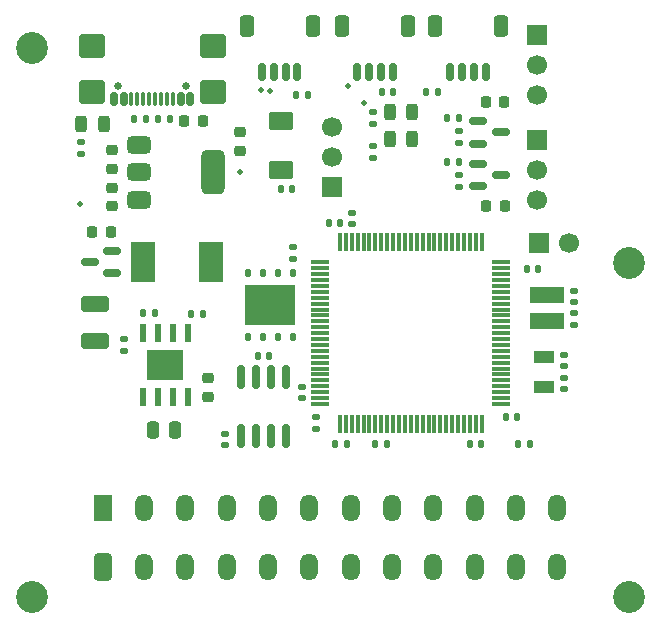
<source format=gbr>
%TF.GenerationSoftware,KiCad,Pcbnew,9.0.1*%
%TF.CreationDate,2025-07-01T00:30:54-05:00*%
%TF.ProjectId,CAN-Sensor-Hub-v1,43414e2d-5365-46e7-936f-722d4875622d,rev?*%
%TF.SameCoordinates,Original*%
%TF.FileFunction,Soldermask,Top*%
%TF.FilePolarity,Negative*%
%FSLAX46Y46*%
G04 Gerber Fmt 4.6, Leading zero omitted, Abs format (unit mm)*
G04 Created by KiCad (PCBNEW 9.0.1) date 2025-07-01 00:30:54*
%MOMM*%
%LPD*%
G01*
G04 APERTURE LIST*
G04 Aperture macros list*
%AMRoundRect*
0 Rectangle with rounded corners*
0 $1 Rounding radius*
0 $2 $3 $4 $5 $6 $7 $8 $9 X,Y pos of 4 corners*
0 Add a 4 corners polygon primitive as box body*
4,1,4,$2,$3,$4,$5,$6,$7,$8,$9,$2,$3,0*
0 Add four circle primitives for the rounded corners*
1,1,$1+$1,$2,$3*
1,1,$1+$1,$4,$5*
1,1,$1+$1,$6,$7*
1,1,$1+$1,$8,$9*
0 Add four rect primitives between the rounded corners*
20,1,$1+$1,$2,$3,$4,$5,0*
20,1,$1+$1,$4,$5,$6,$7,0*
20,1,$1+$1,$6,$7,$8,$9,0*
20,1,$1+$1,$8,$9,$2,$3,0*%
G04 Aperture macros list end*
%ADD10C,2.700000*%
%ADD11RoundRect,0.150000X0.150000X0.625000X-0.150000X0.625000X-0.150000X-0.625000X0.150000X-0.625000X0*%
%ADD12RoundRect,0.250000X0.350000X0.650000X-0.350000X0.650000X-0.350000X-0.650000X0.350000X-0.650000X0*%
%ADD13C,0.500400*%
%ADD14RoundRect,0.250000X-0.945000X0.420000X-0.945000X-0.420000X0.945000X-0.420000X0.945000X0.420000X0*%
%ADD15C,1.700000*%
%ADD16R,1.700000X1.700000*%
%ADD17RoundRect,0.135000X0.135000X0.185000X-0.135000X0.185000X-0.135000X-0.185000X0.135000X-0.185000X0*%
%ADD18RoundRect,0.140000X-0.140000X-0.170000X0.140000X-0.170000X0.140000X0.170000X-0.140000X0.170000X0*%
%ADD19RoundRect,0.140000X0.140000X0.170000X-0.140000X0.170000X-0.140000X-0.170000X0.140000X-0.170000X0*%
%ADD20RoundRect,0.140000X0.170000X-0.140000X0.170000X0.140000X-0.170000X0.140000X-0.170000X-0.140000X0*%
%ADD21RoundRect,0.140000X-0.170000X0.140000X-0.170000X-0.140000X0.170000X-0.140000X0.170000X0.140000X0*%
%ADD22RoundRect,0.135000X0.185000X-0.135000X0.185000X0.135000X-0.185000X0.135000X-0.185000X-0.135000X0*%
%ADD23RoundRect,0.250000X0.840000X0.750000X-0.840000X0.750000X-0.840000X-0.750000X0.840000X-0.750000X0*%
%ADD24RoundRect,0.150000X0.150000X0.425000X-0.150000X0.425000X-0.150000X-0.425000X0.150000X-0.425000X0*%
%ADD25RoundRect,0.075000X0.075000X0.500000X-0.075000X0.500000X-0.075000X-0.500000X0.075000X-0.500000X0*%
%ADD26C,0.650000*%
%ADD27R,4.300000X3.400000*%
%ADD28RoundRect,0.125000X-0.125000X0.250000X-0.125000X-0.250000X0.125000X-0.250000X0.125000X0.250000X0*%
%ADD29RoundRect,0.150000X-0.150000X0.825000X-0.150000X-0.825000X0.150000X-0.825000X0.150000X0.825000X0*%
%ADD30RoundRect,0.135000X-0.185000X0.135000X-0.185000X-0.135000X0.185000X-0.135000X0.185000X0.135000X0*%
%ADD31RoundRect,0.102000X-0.900000X0.675000X-0.900000X-0.675000X0.900000X-0.675000X0.900000X0.675000X0*%
%ADD32RoundRect,0.243750X0.243750X0.456250X-0.243750X0.456250X-0.243750X-0.456250X0.243750X-0.456250X0*%
%ADD33RoundRect,0.150000X-0.587500X-0.150000X0.587500X-0.150000X0.587500X0.150000X-0.587500X0.150000X0*%
%ADD34RoundRect,0.218750X0.256250X-0.218750X0.256250X0.218750X-0.256250X0.218750X-0.256250X-0.218750X0*%
%ADD35RoundRect,0.150000X0.587500X0.150000X-0.587500X0.150000X-0.587500X-0.150000X0.587500X-0.150000X0*%
%ADD36R,0.600000X1.550000*%
%ADD37R,3.100000X2.600000*%
%ADD38RoundRect,0.225000X0.250000X-0.225000X0.250000X0.225000X-0.250000X0.225000X-0.250000X-0.225000X0*%
%ADD39RoundRect,0.225000X0.225000X0.250000X-0.225000X0.250000X-0.225000X-0.250000X0.225000X-0.250000X0*%
%ADD40RoundRect,0.135000X-0.135000X-0.185000X0.135000X-0.185000X0.135000X0.185000X-0.135000X0.185000X0*%
%ADD41R,1.500000X2.300000*%
%ADD42RoundRect,0.250001X-0.499999X-0.899999X0.499999X-0.899999X0.499999X0.899999X-0.499999X0.899999X0*%
%ADD43O,1.500000X2.300000*%
%ADD44RoundRect,0.375000X-0.625000X-0.375000X0.625000X-0.375000X0.625000X0.375000X-0.625000X0.375000X0*%
%ADD45RoundRect,0.500000X-0.500000X-1.400000X0.500000X-1.400000X0.500000X1.400000X-0.500000X1.400000X0*%
%ADD46RoundRect,0.250000X0.250000X0.475000X-0.250000X0.475000X-0.250000X-0.475000X0.250000X-0.475000X0*%
%ADD47R,2.950000X1.400000*%
%ADD48RoundRect,0.075000X0.725000X0.075000X-0.725000X0.075000X-0.725000X-0.075000X0.725000X-0.075000X0*%
%ADD49RoundRect,0.075000X0.075000X0.725000X-0.075000X0.725000X-0.075000X-0.725000X0.075000X-0.725000X0*%
%ADD50R,2.000000X3.400000*%
%ADD51RoundRect,0.243750X-0.243750X-0.456250X0.243750X-0.456250X0.243750X0.456250X-0.243750X0.456250X0*%
%ADD52R,1.800000X1.000000*%
%ADD53RoundRect,0.218750X-0.218750X-0.256250X0.218750X-0.256250X0.218750X0.256250X-0.218750X0.256250X0*%
%ADD54RoundRect,0.225000X-0.225000X-0.250000X0.225000X-0.250000X0.225000X0.250000X-0.225000X0.250000X0*%
G04 APERTURE END LIST*
D10*
%TO.C,H2*%
X172700000Y-82000000D03*
%TD*%
D11*
%TO.C,J3*%
X144600000Y-65750000D03*
X143600000Y-65750000D03*
X142600000Y-65750000D03*
X141600000Y-65750000D03*
D12*
X145900000Y-61875000D03*
X140300000Y-61875000D03*
%TD*%
D13*
%TO.C,TP18*%
X141490000Y-67280000D03*
%TD*%
%TO.C,TP17*%
X142260000Y-67440000D03*
%TD*%
%TO.C,TP16*%
X150200000Y-68390000D03*
%TD*%
%TO.C,TP15*%
X148880000Y-66960000D03*
%TD*%
%TO.C,TP10*%
X139750000Y-74250000D03*
%TD*%
%TO.C,TP9*%
X126200000Y-76940000D03*
%TD*%
D14*
%TO.C,C7*%
X127480000Y-85450000D03*
X127480000Y-88530000D03*
%TD*%
D15*
%TO.C,J11*%
X147500000Y-70420000D03*
X147500000Y-72960000D03*
D16*
X147500000Y-75500000D03*
%TD*%
D17*
%TO.C,R8*%
X131490000Y-86200000D03*
X132510000Y-86200000D03*
%TD*%
D18*
%TO.C,C26*%
X145480000Y-67750000D03*
X144520000Y-67750000D03*
%TD*%
%TO.C,C25*%
X152730000Y-67500000D03*
X151770000Y-67500000D03*
%TD*%
D19*
%TO.C,C22*%
X155520000Y-67500000D03*
X156480000Y-67500000D03*
%TD*%
D11*
%TO.C,J1*%
X160550000Y-65750000D03*
X159550000Y-65750000D03*
X158550000Y-65750000D03*
X157550000Y-65750000D03*
D12*
X161850000Y-61875000D03*
X156250000Y-61875000D03*
%TD*%
D11*
%TO.C,J2*%
X152650000Y-65750000D03*
X151650000Y-65750000D03*
X150650000Y-65750000D03*
X149650000Y-65750000D03*
D12*
X153950000Y-61875000D03*
X148350000Y-61875000D03*
%TD*%
D20*
%TO.C,C9*%
X149250000Y-78660000D03*
X149250000Y-77700000D03*
%TD*%
D21*
%TO.C,C8*%
X145000000Y-92470000D03*
X145000000Y-93430000D03*
%TD*%
D16*
%TO.C,J6*%
X165025000Y-80250000D03*
D15*
X167565000Y-80250000D03*
%TD*%
D22*
%TO.C,R6*%
X151000000Y-73110000D03*
X151000000Y-72090000D03*
%TD*%
%TO.C,R5*%
X151000000Y-70210000D03*
X151000000Y-69190000D03*
%TD*%
%TO.C,R4*%
X126250000Y-72760000D03*
X126250000Y-71740000D03*
%TD*%
D10*
%TO.C,H4*%
X172675000Y-110250000D03*
%TD*%
%TO.C,H3*%
X122100000Y-110250000D03*
%TD*%
%TO.C,H1*%
X122150000Y-63750000D03*
%TD*%
D23*
%TO.C,J4*%
X127190000Y-63585000D03*
X127190000Y-67515000D03*
X137410000Y-63585000D03*
X137410000Y-67515000D03*
D24*
X135500000Y-68090000D03*
X134700000Y-68090000D03*
D25*
X134050000Y-68090000D03*
X133050000Y-68090000D03*
X131550000Y-68090000D03*
X130550000Y-68090000D03*
D24*
X129900000Y-68090000D03*
X129100000Y-68090000D03*
X129100000Y-68090000D03*
X129900000Y-68090000D03*
D25*
X131050000Y-68090000D03*
X132050000Y-68090000D03*
X132550000Y-68090000D03*
X133550000Y-68090000D03*
D24*
X134700000Y-68090000D03*
X135500000Y-68090000D03*
D26*
X129410000Y-67015000D03*
X135190000Y-67015000D03*
%TD*%
D27*
%TO.C,U3*%
X142295000Y-85500000D03*
D28*
X144200000Y-88200000D03*
X142930000Y-88200000D03*
X141660000Y-88200000D03*
X140390000Y-88200000D03*
X140390000Y-82800000D03*
X141660000Y-82800000D03*
X142930000Y-82800000D03*
X144200000Y-82800000D03*
%TD*%
D18*
%TO.C,C10*%
X148230000Y-78600000D03*
X147270000Y-78600000D03*
%TD*%
D21*
%TO.C,C2*%
X168000000Y-86220000D03*
X168000000Y-87180000D03*
%TD*%
D19*
%TO.C,C11*%
X160180000Y-97300000D03*
X159220000Y-97300000D03*
%TD*%
D18*
%TO.C,C5*%
X143220000Y-75700000D03*
X144180000Y-75700000D03*
%TD*%
D22*
%TO.C,R12*%
X158300000Y-71810000D03*
X158300000Y-70790000D03*
%TD*%
D18*
%TO.C,C19*%
X162220000Y-95000000D03*
X163180000Y-95000000D03*
%TD*%
D29*
%TO.C,U2*%
X143655000Y-91625000D03*
X142385000Y-91625000D03*
X141115000Y-91625000D03*
X139845000Y-91625000D03*
X139845000Y-96575000D03*
X141115000Y-96575000D03*
X142385000Y-96575000D03*
X143655000Y-96575000D03*
%TD*%
D30*
%TO.C,R16*%
X144200000Y-80590000D03*
X144200000Y-81610000D03*
%TD*%
D17*
%TO.C,R10*%
X131810000Y-69800000D03*
X130790000Y-69800000D03*
%TD*%
D31*
%TO.C,SW1*%
X143200000Y-69900000D03*
X143200000Y-74050000D03*
%TD*%
D18*
%TO.C,C6*%
X135620000Y-86300000D03*
X136580000Y-86300000D03*
%TD*%
D32*
%TO.C,D1*%
X154337500Y-71500000D03*
X152462500Y-71500000D03*
%TD*%
D33*
%TO.C,Q1*%
X159925000Y-69950000D03*
X159925000Y-71850000D03*
X161800000Y-70900000D03*
%TD*%
D34*
%TO.C,D6*%
X137000000Y-93300000D03*
X137000000Y-91725000D03*
%TD*%
D21*
%TO.C,C3*%
X167200000Y-89740000D03*
X167200000Y-90700000D03*
%TD*%
D35*
%TO.C,Q3*%
X128937500Y-82850000D03*
X128937500Y-80950000D03*
X127062500Y-81900000D03*
%TD*%
D30*
%TO.C,R11*%
X129900000Y-88390000D03*
X129900000Y-89410000D03*
%TD*%
D36*
%TO.C,U1*%
X135305000Y-87900000D03*
X134035000Y-87900000D03*
X132765000Y-87900000D03*
X131495000Y-87900000D03*
X131495000Y-93300000D03*
X132765000Y-93300000D03*
X134035000Y-93300000D03*
X135305000Y-93300000D03*
D37*
X133400000Y-90600000D03*
%TD*%
D20*
%TO.C,C4*%
X167200000Y-92660000D03*
X167200000Y-91700000D03*
%TD*%
%TO.C,C1*%
X168000000Y-85280000D03*
X168000000Y-84320000D03*
%TD*%
D38*
%TO.C,C15*%
X139700000Y-72450000D03*
X139700000Y-70900000D03*
%TD*%
D22*
%TO.C,R14*%
X158300000Y-75510000D03*
X158300000Y-74490000D03*
%TD*%
D38*
%TO.C,C17*%
X128900000Y-73975000D03*
X128900000Y-72425000D03*
%TD*%
D21*
%TO.C,C14*%
X146200000Y-95020000D03*
X146200000Y-95980000D03*
%TD*%
D39*
%TO.C,C23*%
X162112500Y-68300000D03*
X160562500Y-68300000D03*
%TD*%
D38*
%TO.C,C18*%
X128900000Y-77175000D03*
X128900000Y-75625000D03*
%TD*%
D18*
%TO.C,C21*%
X141240000Y-89850000D03*
X142200000Y-89850000D03*
%TD*%
D40*
%TO.C,R1*%
X163290000Y-97300000D03*
X164310000Y-97300000D03*
%TD*%
D41*
%TO.C,J12*%
X128100000Y-102700000D03*
D42*
X128100000Y-107700000D03*
D43*
X131600000Y-102700000D03*
X131600000Y-107700000D03*
X135100000Y-102700000D03*
X135100000Y-107700000D03*
X138600000Y-102700000D03*
X138600000Y-107700000D03*
X142100000Y-102700000D03*
X142100000Y-107700000D03*
X145600000Y-102700000D03*
X145600000Y-107700000D03*
X149100000Y-102700000D03*
X149100000Y-107700000D03*
X152600000Y-102700000D03*
X152600000Y-107700000D03*
X156100000Y-102700000D03*
X156100000Y-107700000D03*
X159600000Y-102700000D03*
X159600000Y-107700000D03*
X163100000Y-102700000D03*
X163100000Y-107700000D03*
X166600000Y-102700000D03*
X166600000Y-107700000D03*
%TD*%
D40*
%TO.C,R15*%
X157290000Y-73400000D03*
X158310000Y-73400000D03*
%TD*%
D33*
%TO.C,Q2*%
X159925000Y-73550000D03*
X159925000Y-75450000D03*
X161800000Y-74500000D03*
%TD*%
D16*
%TO.C,J10*%
X164915000Y-62660000D03*
D15*
X164915000Y-65200000D03*
X164915000Y-67740000D03*
%TD*%
D40*
%TO.C,R13*%
X157290000Y-69700000D03*
X158310000Y-69700000D03*
%TD*%
D44*
%TO.C,U4*%
X131150000Y-72000000D03*
X131150000Y-74300000D03*
D45*
X137450000Y-74300000D03*
D44*
X131150000Y-76600000D03*
%TD*%
D18*
%TO.C,C13*%
X164020000Y-82500000D03*
X164980000Y-82500000D03*
%TD*%
D46*
%TO.C,C16*%
X134250000Y-96100000D03*
X132350000Y-96100000D03*
%TD*%
D40*
%TO.C,R2*%
X147790000Y-97300000D03*
X148810000Y-97300000D03*
%TD*%
D32*
%TO.C,D3*%
X152462500Y-69200000D03*
X154337500Y-69200000D03*
%TD*%
D16*
%TO.C,J9*%
X164915000Y-71560000D03*
D15*
X164915000Y-74100000D03*
X164915000Y-76640000D03*
%TD*%
D47*
%TO.C,X1*%
X165700000Y-86900000D03*
X165700000Y-84700000D03*
%TD*%
D17*
%TO.C,R9*%
X133810000Y-69800000D03*
X132790000Y-69800000D03*
%TD*%
D48*
%TO.C,U7*%
X161875000Y-93900000D03*
X161875000Y-93400000D03*
X161875000Y-92900000D03*
X161875000Y-92400000D03*
X161875000Y-91900000D03*
X161875000Y-91400000D03*
X161875000Y-90900000D03*
X161875000Y-90400000D03*
X161875000Y-89900000D03*
X161875000Y-89400000D03*
X161875000Y-88900000D03*
X161875000Y-88400000D03*
X161875000Y-87900000D03*
X161875000Y-87400000D03*
X161875000Y-86900000D03*
X161875000Y-86400000D03*
X161875000Y-85900000D03*
X161875000Y-85400000D03*
X161875000Y-84900000D03*
X161875000Y-84400000D03*
X161875000Y-83900000D03*
X161875000Y-83400000D03*
X161875000Y-82900000D03*
X161875000Y-82400000D03*
X161875000Y-81900000D03*
D49*
X160200000Y-80225000D03*
X159700000Y-80225000D03*
X159200000Y-80225000D03*
X158700000Y-80225000D03*
X158200000Y-80225000D03*
X157700000Y-80225000D03*
X157200000Y-80225000D03*
X156700000Y-80225000D03*
X156200000Y-80225000D03*
X155700000Y-80225000D03*
X155200000Y-80225000D03*
X154700000Y-80225000D03*
X154200000Y-80225000D03*
X153700000Y-80225000D03*
X153200000Y-80225000D03*
X152700000Y-80225000D03*
X152200000Y-80225000D03*
X151700000Y-80225000D03*
X151200000Y-80225000D03*
X150700000Y-80225000D03*
X150200000Y-80225000D03*
X149700000Y-80225000D03*
X149200000Y-80225000D03*
X148700000Y-80225000D03*
X148200000Y-80225000D03*
D48*
X146525000Y-81900000D03*
X146525000Y-82400000D03*
X146525000Y-82900000D03*
X146525000Y-83400000D03*
X146525000Y-83900000D03*
X146525000Y-84400000D03*
X146525000Y-84900000D03*
X146525000Y-85400000D03*
X146525000Y-85900000D03*
X146525000Y-86400000D03*
X146525000Y-86900000D03*
X146525000Y-87400000D03*
X146525000Y-87900000D03*
X146525000Y-88400000D03*
X146525000Y-88900000D03*
X146525000Y-89400000D03*
X146525000Y-89900000D03*
X146525000Y-90400000D03*
X146525000Y-90900000D03*
X146525000Y-91400000D03*
X146525000Y-91900000D03*
X146525000Y-92400000D03*
X146525000Y-92900000D03*
X146525000Y-93400000D03*
X146525000Y-93900000D03*
D49*
X148200000Y-95575000D03*
X148700000Y-95575000D03*
X149200000Y-95575000D03*
X149700000Y-95575000D03*
X150200000Y-95575000D03*
X150700000Y-95575000D03*
X151200000Y-95575000D03*
X151700000Y-95575000D03*
X152200000Y-95575000D03*
X152700000Y-95575000D03*
X153200000Y-95575000D03*
X153700000Y-95575000D03*
X154200000Y-95575000D03*
X154700000Y-95575000D03*
X155200000Y-95575000D03*
X155700000Y-95575000D03*
X156200000Y-95575000D03*
X156700000Y-95575000D03*
X157200000Y-95575000D03*
X157700000Y-95575000D03*
X158200000Y-95575000D03*
X158700000Y-95575000D03*
X159200000Y-95575000D03*
X159700000Y-95575000D03*
X160200000Y-95575000D03*
%TD*%
D17*
%TO.C,R3*%
X152210000Y-97300000D03*
X151190000Y-97300000D03*
%TD*%
D50*
%TO.C,L1*%
X137250000Y-81900000D03*
X131550000Y-81900000D03*
%TD*%
D51*
%TO.C,D2*%
X126312500Y-70200000D03*
X128187500Y-70200000D03*
%TD*%
D52*
%TO.C,X2*%
X165500000Y-89950000D03*
X165500000Y-92450000D03*
%TD*%
D53*
%TO.C,D5*%
X127212500Y-79300000D03*
X128787500Y-79300000D03*
%TD*%
D54*
%TO.C,C20*%
X135025000Y-69900000D03*
X136575000Y-69900000D03*
%TD*%
D21*
%TO.C,C12*%
X138500000Y-96420000D03*
X138500000Y-97380000D03*
%TD*%
D39*
%TO.C,C24*%
X162137500Y-77100000D03*
X160587500Y-77100000D03*
%TD*%
M02*

</source>
